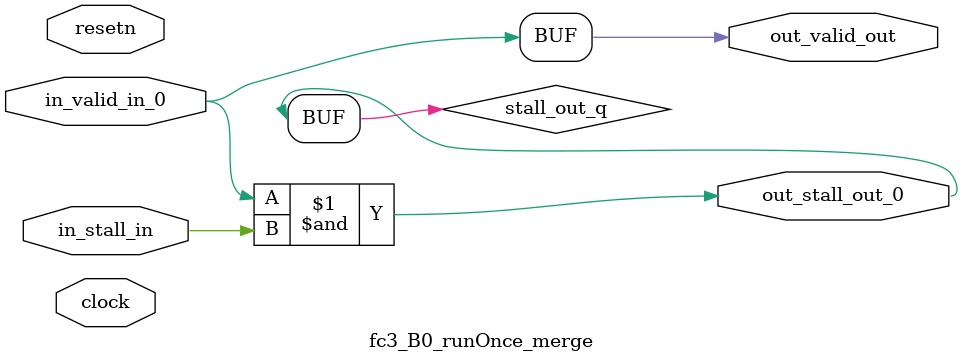
<source format=sv>



(* altera_attribute = "-name AUTO_SHIFT_REGISTER_RECOGNITION OFF; -name MESSAGE_DISABLE 10036; -name MESSAGE_DISABLE 10037; -name MESSAGE_DISABLE 14130; -name MESSAGE_DISABLE 14320; -name MESSAGE_DISABLE 15400; -name MESSAGE_DISABLE 14130; -name MESSAGE_DISABLE 10036; -name MESSAGE_DISABLE 12020; -name MESSAGE_DISABLE 12030; -name MESSAGE_DISABLE 12010; -name MESSAGE_DISABLE 12110; -name MESSAGE_DISABLE 14320; -name MESSAGE_DISABLE 13410; -name MESSAGE_DISABLE 113007; -name MESSAGE_DISABLE 10958" *)
module fc3_B0_runOnce_merge (
    input wire [0:0] in_stall_in,
    input wire [0:0] in_valid_in_0,
    output wire [0:0] out_stall_out_0,
    output wire [0:0] out_valid_out,
    input wire clock,
    input wire resetn
    );

    wire [0:0] stall_out_q;


    // stall_out(LOGICAL,6)
    assign stall_out_q = in_valid_in_0 & in_stall_in;

    // out_stall_out_0(GPOUT,4)
    assign out_stall_out_0 = stall_out_q;

    // out_valid_out(GPOUT,5)
    assign out_valid_out = in_valid_in_0;

endmodule

</source>
